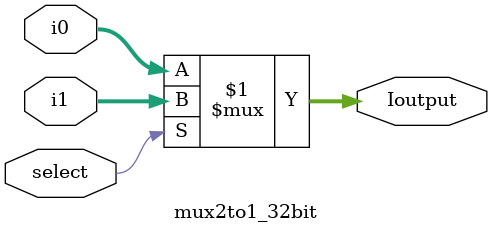
<source format=v>
`timescale 1ns/1ns
module mux2to1_32bit(i0, i1, select ,Ioutput);
	input [31:0] i0,i1;
	input select;
	output [31:0] Ioutput;
	assign Ioutput = select ? i1 :i0;
endmodule
</source>
